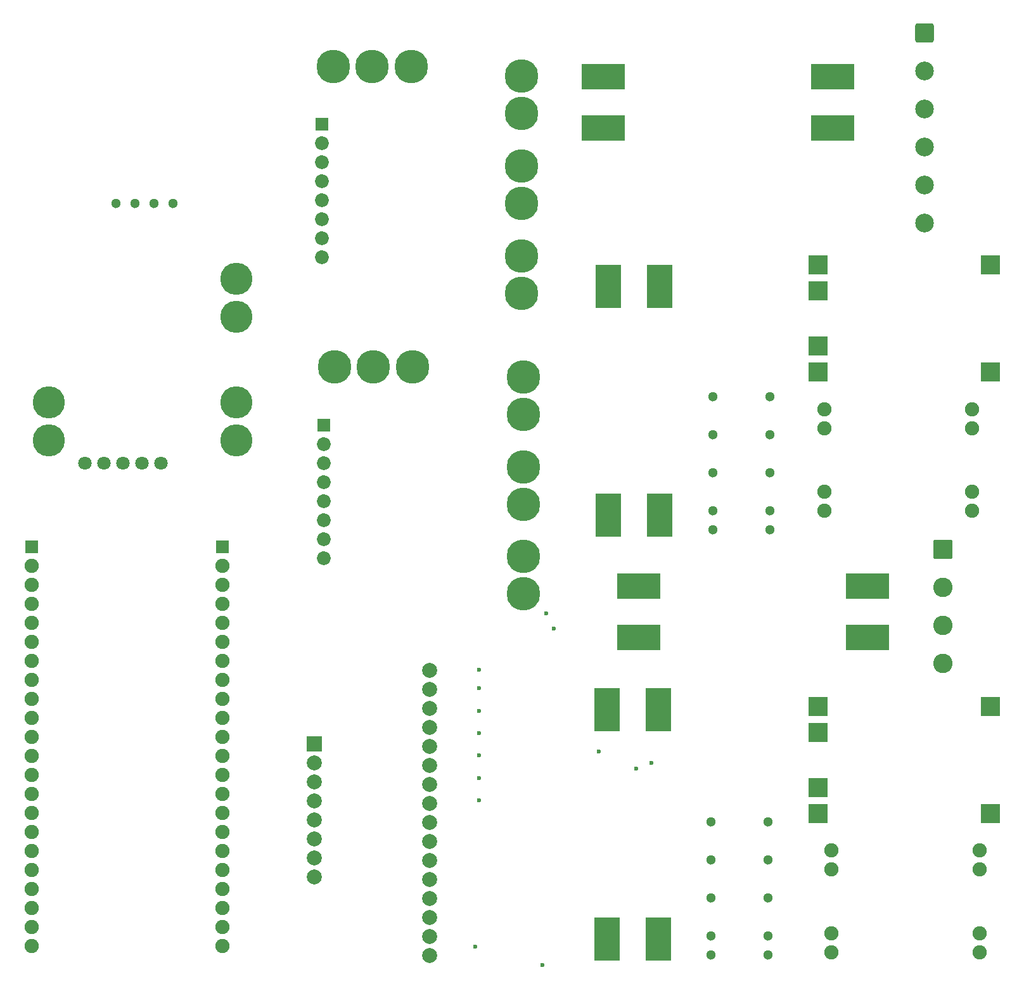
<source format=gbr>
%TF.GenerationSoftware,KiCad,Pcbnew,9.0.2*%
%TF.CreationDate,2025-10-01T16:12:29+03:00*%
%TF.ProjectId,SolarMonitor_V1,536f6c61-724d-46f6-9e69-746f725f5631,rev?*%
%TF.SameCoordinates,Original*%
%TF.FileFunction,Copper,L3,Inr*%
%TF.FilePolarity,Positive*%
%FSLAX46Y46*%
G04 Gerber Fmt 4.6, Leading zero omitted, Abs format (unit mm)*
G04 Created by KiCad (PCBNEW 9.0.2) date 2025-10-01 16:12:29*
%MOMM*%
%LPD*%
G01*
G04 APERTURE LIST*
G04 Aperture macros list*
%AMRoundRect*
0 Rectangle with rounded corners*
0 $1 Rounding radius*
0 $2 $3 $4 $5 $6 $7 $8 $9 X,Y pos of 4 corners*
0 Add a 4 corners polygon primitive as box body*
4,1,4,$2,$3,$4,$5,$6,$7,$8,$9,$2,$3,0*
0 Add four circle primitives for the rounded corners*
1,1,$1+$1,$2,$3*
1,1,$1+$1,$4,$5*
1,1,$1+$1,$6,$7*
1,1,$1+$1,$8,$9*
0 Add four rect primitives between the rounded corners*
20,1,$1+$1,$2,$3,$4,$5,0*
20,1,$1+$1,$4,$5,$6,$7,0*
20,1,$1+$1,$6,$7,$8,$9,0*
20,1,$1+$1,$8,$9,$2,$3,0*%
G04 Aperture macros list end*
%TA.AperFunction,ComponentPad*%
%ADD10C,1.300000*%
%TD*%
%TA.AperFunction,ComponentPad*%
%ADD11R,2.500000X2.500000*%
%TD*%
%TA.AperFunction,ComponentPad*%
%ADD12C,1.900000*%
%TD*%
%TA.AperFunction,ComponentPad*%
%ADD13R,1.700000X1.700000*%
%TD*%
%TA.AperFunction,ComponentPad*%
%ADD14R,5.840000X3.500000*%
%TD*%
%TA.AperFunction,ComponentPad*%
%ADD15C,1.905000*%
%TD*%
%TA.AperFunction,ComponentPad*%
%ADD16C,2.000000*%
%TD*%
%TA.AperFunction,ComponentPad*%
%ADD17R,2.100000X2.100000*%
%TD*%
%TA.AperFunction,ComponentPad*%
%ADD18R,3.500000X5.840000*%
%TD*%
%TA.AperFunction,ComponentPad*%
%ADD19RoundRect,0.250000X-1.000000X1.000000X-1.000000X-1.000000X1.000000X-1.000000X1.000000X1.000000X0*%
%TD*%
%TA.AperFunction,ComponentPad*%
%ADD20C,2.500000*%
%TD*%
%TA.AperFunction,ComponentPad*%
%ADD21C,1.850000*%
%TD*%
%TA.AperFunction,ComponentPad*%
%ADD22C,4.500000*%
%TD*%
%TA.AperFunction,ComponentPad*%
%ADD23C,4.300000*%
%TD*%
%TA.AperFunction,ComponentPad*%
%ADD24C,1.800000*%
%TD*%
%TA.AperFunction,ComponentPad*%
%ADD25RoundRect,0.250000X-1.050000X1.050000X-1.050000X-1.050000X1.050000X-1.050000X1.050000X1.050000X0*%
%TD*%
%TA.AperFunction,ComponentPad*%
%ADD26C,2.600000*%
%TD*%
%TA.AperFunction,ViaPad*%
%ADD27C,0.600000*%
%TD*%
G04 APERTURE END LIST*
D10*
%TO.N,3V3*%
%TO.C,K2*%
X126472024Y-179620000D03*
X126472024Y-177080000D03*
%TO.N,/Conn2Lo*%
X126472024Y-172000000D03*
%TO.N,Net-(BRD4-OUT+-Pad1)*%
X126472024Y-166920000D03*
%TO.N,Net-(BRD6-VIN+)*%
X126472024Y-161840000D03*
%TO.N,Net-(BRD6-VOUT+)*%
X134092024Y-161840000D03*
%TO.N,Net-(BRD5-IN+-Pad3)*%
X134092024Y-166920000D03*
%TO.N,/Conn2Hi*%
X134092024Y-172000000D03*
%TO.N,/Conn2Reset*%
X134092024Y-177080000D03*
%TO.N,/Conn2Set*%
X134092024Y-179620000D03*
%TD*%
D11*
%TO.N,Net-(BRD1-OUT+-Pad1)*%
%TO.C,BRD1*%
X140800000Y-101775000D03*
X140800000Y-98275000D03*
%TO.N,GND*%
X140800000Y-90925000D03*
X140800000Y-87425000D03*
%TO.N,Net-(BRD1-IN+)*%
X163800000Y-101775000D03*
%TO.N,GND*%
X163800000Y-87425000D03*
%TD*%
%TO.N,Net-(BRD4-OUT+-Pad1)*%
%TO.C,BRD4*%
X140800000Y-160775000D03*
X140800000Y-157275000D03*
%TO.N,GND*%
X140800000Y-149925000D03*
X140800000Y-146425000D03*
%TO.N,Net-(BRD4-IN+)*%
X163800000Y-160775000D03*
%TO.N,GND*%
X163800000Y-146425000D03*
%TD*%
D12*
%TO.N,GND*%
%TO.C,BRD12*%
X61198000Y-178420845D03*
X61198000Y-175880845D03*
%TO.N,unconnected-(BRD12-19-Pad42)*%
X61198000Y-173340845D03*
%TO.N,unconnected-(BRD12-20-Pad41)*%
X61198000Y-170800845D03*
%TO.N,/MultiAdd3*%
X61198000Y-168260845D03*
%TO.N,/MultiAdd2*%
X61198000Y-165720845D03*
%TO.N,/MultiAdd1*%
X61198000Y-163180845D03*
%TO.N,/MultiAdd0*%
X61198000Y-160640845D03*
%TO.N,/MultiEn*%
X61198000Y-158100845D03*
%TO.N,unconnected-(BRD12-Pad35)*%
X61198000Y-155560845D03*
%TO.N,unconnected-(BRD12-36-Pad34)*%
X61198000Y-153020845D03*
%TO.N,unconnected-(BRD12-37-Pad33)*%
X61198000Y-150480845D03*
%TO.N,unconnected-(BRD12-38-Pad32)*%
X61198000Y-147940845D03*
%TO.N,/Conn2Set*%
X61198000Y-145400845D03*
%TO.N,/Conn2Reset*%
X61198000Y-142860845D03*
%TO.N,/Conn1Set*%
X61198000Y-140320845D03*
%TO.N,/Conn1Reset*%
X61198000Y-137780845D03*
%TO.N,unconnected-(BRD12-2-Pad27)*%
X61198000Y-135240845D03*
%TO.N,/AnaVoutMulti*%
X61198000Y-132700845D03*
%TO.N,unconnected-(BRD12-RX-Pad25)*%
X61198000Y-130160845D03*
%TO.N,unconnected-(BRD12-TX-Pad24)*%
X61198000Y-127620845D03*
D13*
%TO.N,GND*%
X61198000Y-125080845D03*
D12*
X35698000Y-178420845D03*
%TO.N,/5V*%
X35698000Y-175880845D03*
%TO.N,unconnected-(BRD12-14-Pad20)*%
X35698000Y-173340845D03*
%TO.N,unconnected-(BRD12-13-Pad19)*%
X35698000Y-170800845D03*
%TO.N,unconnected-(BRD12-12-Pad18)*%
X35698000Y-168260845D03*
%TO.N,unconnected-(BRD12-11-Pad17)*%
X35698000Y-165720845D03*
%TO.N,unconnected-(BRD12-10-Pad16)*%
X35698000Y-163180845D03*
%TO.N,/Current Meas & Solar/SCL*%
X35698000Y-160640845D03*
%TO.N,unconnected-(BRD12-46-Pad14)*%
X35698000Y-158100845D03*
%TO.N,unconnected-(BRD12-3-Pad13)*%
X35698000Y-155560845D03*
%TO.N,/Current Meas & Solar/SDA*%
X35698000Y-153020845D03*
%TO.N,unconnected-(BRD12-18-Pad11)*%
X35698000Y-150480845D03*
%TO.N,unconnected-(BRD12-17-Pad10)*%
X35698000Y-147940845D03*
%TO.N,unconnected-(BRD12-16-Pad9)*%
X35698000Y-145400845D03*
%TO.N,unconnected-(BRD12-15-Pad8)*%
X35698000Y-142860845D03*
%TO.N,unconnected-(BRD12-Pad7)*%
X35698000Y-140320845D03*
%TO.N,unconnected-(BRD12-Pad6)*%
X35698000Y-137780845D03*
%TO.N,unconnected-(BRD12-Pad5)*%
X35698000Y-135240845D03*
%TO.N,unconnected-(BRD12-Pad4)*%
X35698000Y-132700845D03*
%TO.N,unconnected-(BRD12-RST-Pad3)*%
X35698000Y-130160845D03*
%TO.N,3V3*%
X35698000Y-127620845D03*
D13*
X35698000Y-125080845D03*
%TD*%
D14*
%TO.N,Net-(BRD14-VIN+)*%
%TO.C,BRD14*%
X112100000Y-69160000D03*
%TO.N,GND*%
X112100000Y-62250000D03*
X142700000Y-62250000D03*
%TO.N,/ExtLoad+*%
X142700000Y-69160000D03*
%TD*%
D15*
%TO.N,GND*%
%TO.C,BRD2*%
X141600000Y-106700000D03*
X141600000Y-109240000D03*
%TO.N,Net-(BRD2-IN+-Pad3)*%
X141600000Y-117760000D03*
X141600000Y-120300000D03*
%TO.N,Net-(BRD1-IN+)*%
X161400000Y-120300000D03*
X161400000Y-117760000D03*
%TO.N,GND*%
X161400000Y-109240000D03*
X161400000Y-106700000D03*
%TD*%
D16*
%TO.N,Net-(BRD7-C15)*%
%TO.C,BRD7*%
X88868000Y-179700845D03*
%TO.N,Net-(BRD7-C14)*%
X88868000Y-177160845D03*
%TO.N,unconnected-(BRD7-C13-Pad3)*%
X88868000Y-174620845D03*
%TO.N,unconnected-(BRD7-C12-Pad4)*%
X88868000Y-172080845D03*
%TO.N,unconnected-(BRD7-C11-Pad5)*%
X88868000Y-169540845D03*
%TO.N,unconnected-(BRD7-C10-Pad6)*%
X88868000Y-167000845D03*
%TO.N,unconnected-(BRD7-C9-Pad7)*%
X88868000Y-164460845D03*
%TO.N,unconnected-(BRD7-C8-Pad8)*%
X88868000Y-161920845D03*
%TO.N,unconnected-(BRD7-C7-Pad9)*%
X88868000Y-159380845D03*
%TO.N,Net-(BRD7-C6)*%
X88868000Y-156840845D03*
%TO.N,Net-(BRD7-C5)*%
X88868000Y-154300845D03*
%TO.N,Net-(BRD7-C4)*%
X88868000Y-151760845D03*
%TO.N,Net-(BRD7-C3)*%
X88868000Y-149220845D03*
%TO.N,Net-(BRD7-C2)*%
X88868000Y-146680845D03*
%TO.N,Net-(BRD7-C1)*%
X88868000Y-144140845D03*
%TO.N,Net-(BRD7-C0)*%
X88868000Y-141600845D03*
%TO.N,/AnaVoutMulti*%
X73498000Y-169190845D03*
%TO.N,/MultiAdd3*%
X73498000Y-166650845D03*
%TO.N,/MultiAdd2*%
X73498000Y-164110845D03*
%TO.N,/MultiAdd1*%
X73498000Y-161570845D03*
%TO.N,/MultiAdd0*%
X73498000Y-159030845D03*
%TO.N,/MultiEn*%
X73498000Y-156490845D03*
%TO.N,3V3*%
X73498000Y-153950845D03*
D17*
%TO.N,GND*%
X73498000Y-151410845D03*
%TD*%
D18*
%TO.N,Net-(BRD3-VIN+)*%
%TO.C,BRD3*%
X119660000Y-120900000D03*
%TO.N,GND*%
X112750000Y-120900000D03*
X112750000Y-90300000D03*
%TO.N,Net-(BRD3-VOUT+)*%
X119660000Y-90300000D03*
%TD*%
D10*
%TO.N,GND*%
%TO.C,BRD13*%
X54575000Y-79175000D03*
%TO.N,3V3*%
X52035000Y-79175000D03*
%TO.N,/Current Meas & Solar/SCL*%
X49495000Y-79175000D03*
%TO.N,/Current Meas & Solar/SDA*%
X46955000Y-79175000D03*
%TD*%
D19*
%TO.N,GND*%
%TO.C,J1*%
X155000000Y-56420000D03*
D20*
%TO.N,/ExtLoad+*%
X155000000Y-61500000D03*
%TO.N,GND*%
X155000000Y-66580000D03*
%TO.N,/Battery+*%
X155000000Y-71660000D03*
%TO.N,GND*%
X155000000Y-76740000D03*
%TO.N,/SolarPanel+*%
X155000000Y-81820000D03*
%TD*%
D14*
%TO.N,/Current Meas & Solar/InternalLoad*%
%TO.C,BRD11*%
X147400000Y-130340000D03*
%TO.N,GND*%
X147400000Y-137250000D03*
X116800000Y-137250000D03*
%TO.N,/5V*%
X116800000Y-130340000D03*
%TD*%
D15*
%TO.N,GND*%
%TO.C,BRD5*%
X142600000Y-165700000D03*
X142600000Y-168240000D03*
%TO.N,Net-(BRD5-IN+-Pad3)*%
X142600000Y-176760000D03*
X142600000Y-179300000D03*
%TO.N,Net-(BRD4-IN+)*%
X162400000Y-179300000D03*
X162400000Y-176760000D03*
%TO.N,GND*%
X162400000Y-168240000D03*
X162400000Y-165700000D03*
%TD*%
D21*
%TO.N,unconnected-(BRD9-TC-Pad1)*%
%TO.C,BRD9*%
X74728000Y-126620845D03*
%TO.N,unconnected-(BRD9-WAR-Pad2)*%
X74728000Y-124080845D03*
%TO.N,unconnected-(BRD9-CRI-Pad3)*%
X74728000Y-121540845D03*
%TO.N,unconnected-(BRD9-PV-Pad4)*%
X74728000Y-119000845D03*
%TO.N,/Current Meas & Solar/SDA*%
X74728000Y-116460845D03*
%TO.N,/Current Meas & Solar/SCL*%
X74728000Y-113920845D03*
%TO.N,GND*%
X74728000Y-111380845D03*
D13*
%TO.N,3V3*%
X74728000Y-108840845D03*
D22*
X76198000Y-101090845D03*
%TO.N,GND*%
X81398000Y-101090845D03*
X86598000Y-101090845D03*
%TO.N,/Current Meas & Solar/InternalLoad*%
X101398000Y-102400845D03*
%TO.N,/Current Meas & Solar/BattHi*%
X101398000Y-107400845D03*
%TO.N,/Conn1Lo*%
X101398000Y-114400845D03*
%TO.N,/Current Meas & Solar/BattHi*%
X101398000Y-119400845D03*
%TO.N,/Conn2Lo*%
X101398000Y-126400845D03*
%TO.N,/Current Meas & Solar/BattHi*%
X101398000Y-131400845D03*
%TD*%
D21*
%TO.N,unconnected-(BRD8-TC-Pad1)*%
%TO.C,BRD8*%
X74528000Y-86430845D03*
%TO.N,unconnected-(BRD8-WAR-Pad2)*%
X74528000Y-83890845D03*
%TO.N,unconnected-(BRD8-CRI-Pad3)*%
X74528000Y-81350845D03*
%TO.N,unconnected-(BRD8-PV-Pad4)*%
X74528000Y-78810845D03*
%TO.N,/Current Meas & Solar/SDA*%
X74528000Y-76270845D03*
%TO.N,/Current Meas & Solar/SCL*%
X74528000Y-73730845D03*
%TO.N,GND*%
X74528000Y-71190845D03*
D13*
%TO.N,3V3*%
X74528000Y-68650845D03*
D22*
X75998000Y-60900845D03*
%TO.N,GND*%
X81198000Y-60900845D03*
X86398000Y-60900845D03*
%TO.N,/Current Meas & Solar/ExtLoadHi*%
X101198000Y-62210845D03*
%TO.N,Net-(BRD14-VIN+)*%
X101198000Y-67210845D03*
%TO.N,/Current Meas & Solar/BattHi*%
X101198000Y-74210845D03*
%TO.N,/Battery+*%
X101198000Y-79210845D03*
%TO.N,/Current Meas & Solar/SolarPanelHi*%
X101198000Y-86210845D03*
%TO.N,/SolarPanel+*%
X101198000Y-91210845D03*
%TD*%
D23*
%TO.N,/Current Meas & Solar/SolarPanelHi*%
%TO.C,BRD10*%
X38050000Y-105770000D03*
%TO.N,GND*%
X38050000Y-110850000D03*
X63050000Y-89290000D03*
%TO.N,/Current Meas & Solar/ExtLoadHi*%
X63050000Y-94370000D03*
%TO.N,/Current Meas & Solar/BattHi*%
X63050000Y-105770000D03*
%TO.N,GND*%
X63050000Y-110850000D03*
D24*
%TO.N,unconnected-(BRD10-+-Pad7)*%
X42850000Y-113950000D03*
%TO.N,unconnected-(BRD10---Pad8)*%
X45390000Y-113950000D03*
%TO.N,unconnected-(BRD10-D-Pad9)*%
X47930000Y-113950000D03*
%TO.N,unconnected-(BRD10-+-Pad10)*%
X50470000Y-113950000D03*
%TO.N,unconnected-(BRD10-C-Pad11)*%
X53030000Y-113950000D03*
%TD*%
D18*
%TO.N,Net-(BRD6-VIN+)*%
%TO.C,BRD6*%
X119500000Y-177500000D03*
%TO.N,GND*%
X112590000Y-177500000D03*
X112590000Y-146900000D03*
%TO.N,Net-(BRD6-VOUT+)*%
X119500000Y-146900000D03*
%TD*%
D10*
%TO.N,3V3*%
%TO.C,K1*%
X126770000Y-122800000D03*
X126770000Y-120260000D03*
%TO.N,/Conn1Lo*%
X126770000Y-115180000D03*
%TO.N,Net-(BRD1-OUT+-Pad1)*%
X126770000Y-110100000D03*
%TO.N,Net-(BRD3-VIN+)*%
X126770000Y-105020000D03*
%TO.N,Net-(BRD3-VOUT+)*%
X134390000Y-105020000D03*
%TO.N,Net-(BRD2-IN+-Pad3)*%
X134390000Y-110100000D03*
%TO.N,/Conn1Hi*%
X134390000Y-115180000D03*
%TO.N,/Conn1Reset*%
X134390000Y-120260000D03*
%TO.N,/Conn1Set*%
X134390000Y-122800000D03*
%TD*%
D25*
%TO.N,/Conn1Hi*%
%TO.C,J2*%
X157500000Y-125420000D03*
D26*
%TO.N,GND*%
X157500000Y-130500000D03*
%TO.N,/Conn2Hi*%
X157500000Y-135580000D03*
%TO.N,GND*%
X157500000Y-140660000D03*
%TD*%
D27*
%TO.N,GND*%
X95500000Y-150000000D03*
X95500000Y-141500000D03*
X95500000Y-159000000D03*
X95500000Y-144000000D03*
X95500000Y-156000000D03*
X95500000Y-147000000D03*
X95500000Y-153000000D03*
X95000000Y-178500000D03*
%TO.N,/Conn2Lo*%
X111500000Y-152410000D03*
%TO.N,/Conn1Lo*%
X118500000Y-154000000D03*
%TO.N,/Conn1Reset*%
X104504318Y-134004318D03*
%TO.N,/Conn1Set*%
X105500000Y-136000000D03*
%TO.N,/Conn1Hi*%
X116500000Y-154751000D03*
%TO.N,3V3*%
X104000000Y-181000000D03*
%TD*%
M02*

</source>
